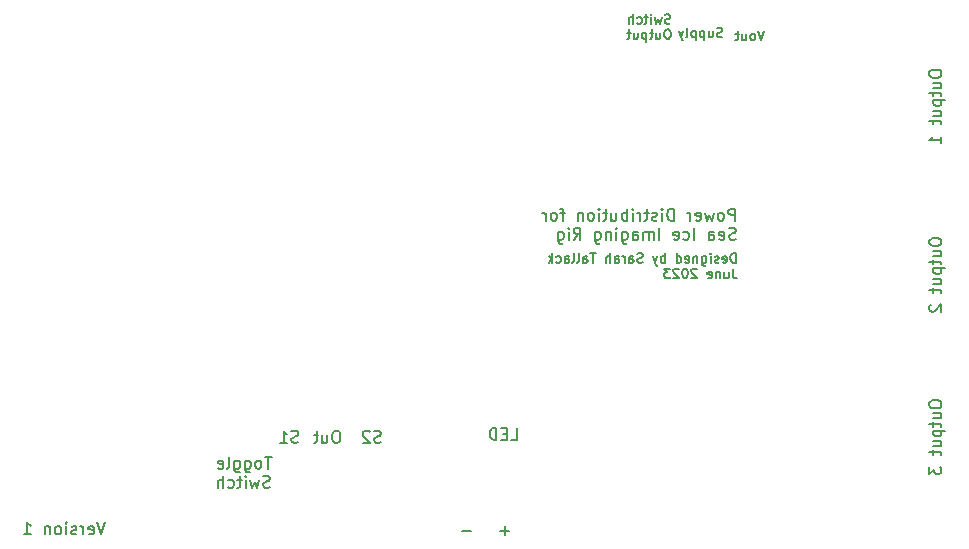
<source format=gbr>
%TF.GenerationSoftware,KiCad,Pcbnew,7.0.2*%
%TF.CreationDate,2023-07-03T14:04:12+02:00*%
%TF.ProjectId,Power Distribution,506f7765-7220-4446-9973-747269627574,V0*%
%TF.SameCoordinates,Original*%
%TF.FileFunction,Legend,Bot*%
%TF.FilePolarity,Positive*%
%FSLAX46Y46*%
G04 Gerber Fmt 4.6, Leading zero omitted, Abs format (unit mm)*
G04 Created by KiCad (PCBNEW 7.0.2) date 2023-07-03 14:04:12*
%MOMM*%
%LPD*%
G01*
G04 APERTURE LIST*
%ADD10C,0.150000*%
%ADD11R,1.700000X1.700000*%
%ADD12O,1.700000X1.700000*%
%ADD13C,1.000000*%
%ADD14O,1.800000X4.000000*%
%ADD15O,4.000000X1.800000*%
%ADD16C,3.800000*%
%ADD17O,2.200000X1.200000*%
%ADD18O,1.000000X2.400000*%
%ADD19C,1.800000*%
G04 APERTURE END LIST*
D10*
X248661906Y-102332000D02*
X248547620Y-102370095D01*
X248547620Y-102370095D02*
X248357144Y-102370095D01*
X248357144Y-102370095D02*
X248280953Y-102332000D01*
X248280953Y-102332000D02*
X248242858Y-102293904D01*
X248242858Y-102293904D02*
X248204763Y-102217714D01*
X248204763Y-102217714D02*
X248204763Y-102141523D01*
X248204763Y-102141523D02*
X248242858Y-102065333D01*
X248242858Y-102065333D02*
X248280953Y-102027238D01*
X248280953Y-102027238D02*
X248357144Y-101989142D01*
X248357144Y-101989142D02*
X248509525Y-101951047D01*
X248509525Y-101951047D02*
X248585715Y-101912952D01*
X248585715Y-101912952D02*
X248623810Y-101874857D01*
X248623810Y-101874857D02*
X248661906Y-101798666D01*
X248661906Y-101798666D02*
X248661906Y-101722476D01*
X248661906Y-101722476D02*
X248623810Y-101646285D01*
X248623810Y-101646285D02*
X248585715Y-101608190D01*
X248585715Y-101608190D02*
X248509525Y-101570095D01*
X248509525Y-101570095D02*
X248319048Y-101570095D01*
X248319048Y-101570095D02*
X248204763Y-101608190D01*
X247519048Y-101836761D02*
X247519048Y-102370095D01*
X247861905Y-101836761D02*
X247861905Y-102255809D01*
X247861905Y-102255809D02*
X247823810Y-102332000D01*
X247823810Y-102332000D02*
X247747620Y-102370095D01*
X247747620Y-102370095D02*
X247633334Y-102370095D01*
X247633334Y-102370095D02*
X247557143Y-102332000D01*
X247557143Y-102332000D02*
X247519048Y-102293904D01*
X247138095Y-101836761D02*
X247138095Y-102636761D01*
X247138095Y-101874857D02*
X247061905Y-101836761D01*
X247061905Y-101836761D02*
X246909524Y-101836761D01*
X246909524Y-101836761D02*
X246833333Y-101874857D01*
X246833333Y-101874857D02*
X246795238Y-101912952D01*
X246795238Y-101912952D02*
X246757143Y-101989142D01*
X246757143Y-101989142D02*
X246757143Y-102217714D01*
X246757143Y-102217714D02*
X246795238Y-102293904D01*
X246795238Y-102293904D02*
X246833333Y-102332000D01*
X246833333Y-102332000D02*
X246909524Y-102370095D01*
X246909524Y-102370095D02*
X247061905Y-102370095D01*
X247061905Y-102370095D02*
X247138095Y-102332000D01*
X246414285Y-101836761D02*
X246414285Y-102636761D01*
X246414285Y-101874857D02*
X246338095Y-101836761D01*
X246338095Y-101836761D02*
X246185714Y-101836761D01*
X246185714Y-101836761D02*
X246109523Y-101874857D01*
X246109523Y-101874857D02*
X246071428Y-101912952D01*
X246071428Y-101912952D02*
X246033333Y-101989142D01*
X246033333Y-101989142D02*
X246033333Y-102217714D01*
X246033333Y-102217714D02*
X246071428Y-102293904D01*
X246071428Y-102293904D02*
X246109523Y-102332000D01*
X246109523Y-102332000D02*
X246185714Y-102370095D01*
X246185714Y-102370095D02*
X246338095Y-102370095D01*
X246338095Y-102370095D02*
X246414285Y-102332000D01*
X245576190Y-102370095D02*
X245652380Y-102332000D01*
X245652380Y-102332000D02*
X245690475Y-102255809D01*
X245690475Y-102255809D02*
X245690475Y-101570095D01*
X245347618Y-101836761D02*
X245157142Y-102370095D01*
X244966665Y-101836761D02*
X245157142Y-102370095D01*
X245157142Y-102370095D02*
X245233332Y-102560571D01*
X245233332Y-102560571D02*
X245271427Y-102598666D01*
X245271427Y-102598666D02*
X245347618Y-102636761D01*
X266212619Y-105369047D02*
X266212619Y-105559523D01*
X266212619Y-105559523D02*
X266260238Y-105654761D01*
X266260238Y-105654761D02*
X266355476Y-105749999D01*
X266355476Y-105749999D02*
X266545952Y-105797618D01*
X266545952Y-105797618D02*
X266879285Y-105797618D01*
X266879285Y-105797618D02*
X267069761Y-105749999D01*
X267069761Y-105749999D02*
X267165000Y-105654761D01*
X267165000Y-105654761D02*
X267212619Y-105559523D01*
X267212619Y-105559523D02*
X267212619Y-105369047D01*
X267212619Y-105369047D02*
X267165000Y-105273809D01*
X267165000Y-105273809D02*
X267069761Y-105178571D01*
X267069761Y-105178571D02*
X266879285Y-105130952D01*
X266879285Y-105130952D02*
X266545952Y-105130952D01*
X266545952Y-105130952D02*
X266355476Y-105178571D01*
X266355476Y-105178571D02*
X266260238Y-105273809D01*
X266260238Y-105273809D02*
X266212619Y-105369047D01*
X266545952Y-106654761D02*
X267212619Y-106654761D01*
X266545952Y-106226190D02*
X267069761Y-106226190D01*
X267069761Y-106226190D02*
X267165000Y-106273809D01*
X267165000Y-106273809D02*
X267212619Y-106369047D01*
X267212619Y-106369047D02*
X267212619Y-106511904D01*
X267212619Y-106511904D02*
X267165000Y-106607142D01*
X267165000Y-106607142D02*
X267117380Y-106654761D01*
X266545952Y-106988095D02*
X266545952Y-107369047D01*
X266212619Y-107130952D02*
X267069761Y-107130952D01*
X267069761Y-107130952D02*
X267165000Y-107178571D01*
X267165000Y-107178571D02*
X267212619Y-107273809D01*
X267212619Y-107273809D02*
X267212619Y-107369047D01*
X266545952Y-107702381D02*
X267545952Y-107702381D01*
X266593571Y-107702381D02*
X266545952Y-107797619D01*
X266545952Y-107797619D02*
X266545952Y-107988095D01*
X266545952Y-107988095D02*
X266593571Y-108083333D01*
X266593571Y-108083333D02*
X266641190Y-108130952D01*
X266641190Y-108130952D02*
X266736428Y-108178571D01*
X266736428Y-108178571D02*
X267022142Y-108178571D01*
X267022142Y-108178571D02*
X267117380Y-108130952D01*
X267117380Y-108130952D02*
X267165000Y-108083333D01*
X267165000Y-108083333D02*
X267212619Y-107988095D01*
X267212619Y-107988095D02*
X267212619Y-107797619D01*
X267212619Y-107797619D02*
X267165000Y-107702381D01*
X266545952Y-109035714D02*
X267212619Y-109035714D01*
X266545952Y-108607143D02*
X267069761Y-108607143D01*
X267069761Y-108607143D02*
X267165000Y-108654762D01*
X267165000Y-108654762D02*
X267212619Y-108750000D01*
X267212619Y-108750000D02*
X267212619Y-108892857D01*
X267212619Y-108892857D02*
X267165000Y-108988095D01*
X267165000Y-108988095D02*
X267117380Y-109035714D01*
X266545952Y-109369048D02*
X266545952Y-109750000D01*
X266212619Y-109511905D02*
X267069761Y-109511905D01*
X267069761Y-109511905D02*
X267165000Y-109559524D01*
X267165000Y-109559524D02*
X267212619Y-109654762D01*
X267212619Y-109654762D02*
X267212619Y-109750000D01*
X267212619Y-111369048D02*
X267212619Y-110797620D01*
X267212619Y-111083334D02*
X266212619Y-111083334D01*
X266212619Y-111083334D02*
X266355476Y-110988096D01*
X266355476Y-110988096D02*
X266450714Y-110892858D01*
X266450714Y-110892858D02*
X266498333Y-110797620D01*
X230640881Y-144151165D02*
X229878977Y-144151165D01*
X230259929Y-144532118D02*
X230259929Y-143770213D01*
X196404761Y-143462619D02*
X196071428Y-144462619D01*
X196071428Y-144462619D02*
X195738095Y-143462619D01*
X195023809Y-144415000D02*
X195119047Y-144462619D01*
X195119047Y-144462619D02*
X195309523Y-144462619D01*
X195309523Y-144462619D02*
X195404761Y-144415000D01*
X195404761Y-144415000D02*
X195452380Y-144319761D01*
X195452380Y-144319761D02*
X195452380Y-143938809D01*
X195452380Y-143938809D02*
X195404761Y-143843571D01*
X195404761Y-143843571D02*
X195309523Y-143795952D01*
X195309523Y-143795952D02*
X195119047Y-143795952D01*
X195119047Y-143795952D02*
X195023809Y-143843571D01*
X195023809Y-143843571D02*
X194976190Y-143938809D01*
X194976190Y-143938809D02*
X194976190Y-144034047D01*
X194976190Y-144034047D02*
X195452380Y-144129285D01*
X194547618Y-144462619D02*
X194547618Y-143795952D01*
X194547618Y-143986428D02*
X194499999Y-143891190D01*
X194499999Y-143891190D02*
X194452380Y-143843571D01*
X194452380Y-143843571D02*
X194357142Y-143795952D01*
X194357142Y-143795952D02*
X194261904Y-143795952D01*
X193976189Y-144415000D02*
X193880951Y-144462619D01*
X193880951Y-144462619D02*
X193690475Y-144462619D01*
X193690475Y-144462619D02*
X193595237Y-144415000D01*
X193595237Y-144415000D02*
X193547618Y-144319761D01*
X193547618Y-144319761D02*
X193547618Y-144272142D01*
X193547618Y-144272142D02*
X193595237Y-144176904D01*
X193595237Y-144176904D02*
X193690475Y-144129285D01*
X193690475Y-144129285D02*
X193833332Y-144129285D01*
X193833332Y-144129285D02*
X193928570Y-144081666D01*
X193928570Y-144081666D02*
X193976189Y-143986428D01*
X193976189Y-143986428D02*
X193976189Y-143938809D01*
X193976189Y-143938809D02*
X193928570Y-143843571D01*
X193928570Y-143843571D02*
X193833332Y-143795952D01*
X193833332Y-143795952D02*
X193690475Y-143795952D01*
X193690475Y-143795952D02*
X193595237Y-143843571D01*
X193119046Y-144462619D02*
X193119046Y-143795952D01*
X193119046Y-143462619D02*
X193166665Y-143510238D01*
X193166665Y-143510238D02*
X193119046Y-143557857D01*
X193119046Y-143557857D02*
X193071427Y-143510238D01*
X193071427Y-143510238D02*
X193119046Y-143462619D01*
X193119046Y-143462619D02*
X193119046Y-143557857D01*
X192499999Y-144462619D02*
X192595237Y-144415000D01*
X192595237Y-144415000D02*
X192642856Y-144367380D01*
X192642856Y-144367380D02*
X192690475Y-144272142D01*
X192690475Y-144272142D02*
X192690475Y-143986428D01*
X192690475Y-143986428D02*
X192642856Y-143891190D01*
X192642856Y-143891190D02*
X192595237Y-143843571D01*
X192595237Y-143843571D02*
X192499999Y-143795952D01*
X192499999Y-143795952D02*
X192357142Y-143795952D01*
X192357142Y-143795952D02*
X192261904Y-143843571D01*
X192261904Y-143843571D02*
X192214285Y-143891190D01*
X192214285Y-143891190D02*
X192166666Y-143986428D01*
X192166666Y-143986428D02*
X192166666Y-144272142D01*
X192166666Y-144272142D02*
X192214285Y-144367380D01*
X192214285Y-144367380D02*
X192261904Y-144415000D01*
X192261904Y-144415000D02*
X192357142Y-144462619D01*
X192357142Y-144462619D02*
X192499999Y-144462619D01*
X191738094Y-143795952D02*
X191738094Y-144462619D01*
X191738094Y-143891190D02*
X191690475Y-143843571D01*
X191690475Y-143843571D02*
X191595237Y-143795952D01*
X191595237Y-143795952D02*
X191452380Y-143795952D01*
X191452380Y-143795952D02*
X191357142Y-143843571D01*
X191357142Y-143843571D02*
X191309523Y-143938809D01*
X191309523Y-143938809D02*
X191309523Y-144462619D01*
X189547618Y-144462619D02*
X190119046Y-144462619D01*
X189833332Y-144462619D02*
X189833332Y-143462619D01*
X189833332Y-143462619D02*
X189928570Y-143605476D01*
X189928570Y-143605476D02*
X190023808Y-143700714D01*
X190023808Y-143700714D02*
X190119046Y-143748333D01*
X244271428Y-101184000D02*
X244157142Y-101222095D01*
X244157142Y-101222095D02*
X243966666Y-101222095D01*
X243966666Y-101222095D02*
X243890475Y-101184000D01*
X243890475Y-101184000D02*
X243852380Y-101145904D01*
X243852380Y-101145904D02*
X243814285Y-101069714D01*
X243814285Y-101069714D02*
X243814285Y-100993523D01*
X243814285Y-100993523D02*
X243852380Y-100917333D01*
X243852380Y-100917333D02*
X243890475Y-100879238D01*
X243890475Y-100879238D02*
X243966666Y-100841142D01*
X243966666Y-100841142D02*
X244119047Y-100803047D01*
X244119047Y-100803047D02*
X244195237Y-100764952D01*
X244195237Y-100764952D02*
X244233332Y-100726857D01*
X244233332Y-100726857D02*
X244271428Y-100650666D01*
X244271428Y-100650666D02*
X244271428Y-100574476D01*
X244271428Y-100574476D02*
X244233332Y-100498285D01*
X244233332Y-100498285D02*
X244195237Y-100460190D01*
X244195237Y-100460190D02*
X244119047Y-100422095D01*
X244119047Y-100422095D02*
X243928570Y-100422095D01*
X243928570Y-100422095D02*
X243814285Y-100460190D01*
X243547618Y-100688761D02*
X243395237Y-101222095D01*
X243395237Y-101222095D02*
X243242856Y-100841142D01*
X243242856Y-100841142D02*
X243090475Y-101222095D01*
X243090475Y-101222095D02*
X242938094Y-100688761D01*
X242633332Y-101222095D02*
X242633332Y-100688761D01*
X242633332Y-100422095D02*
X242671428Y-100460190D01*
X242671428Y-100460190D02*
X242633332Y-100498285D01*
X242633332Y-100498285D02*
X242595237Y-100460190D01*
X242595237Y-100460190D02*
X242633332Y-100422095D01*
X242633332Y-100422095D02*
X242633332Y-100498285D01*
X242366666Y-100688761D02*
X242061904Y-100688761D01*
X242252380Y-100422095D02*
X242252380Y-101107809D01*
X242252380Y-101107809D02*
X242214285Y-101184000D01*
X242214285Y-101184000D02*
X242138095Y-101222095D01*
X242138095Y-101222095D02*
X242061904Y-101222095D01*
X241452380Y-101184000D02*
X241528571Y-101222095D01*
X241528571Y-101222095D02*
X241680952Y-101222095D01*
X241680952Y-101222095D02*
X241757142Y-101184000D01*
X241757142Y-101184000D02*
X241795237Y-101145904D01*
X241795237Y-101145904D02*
X241833333Y-101069714D01*
X241833333Y-101069714D02*
X241833333Y-100841142D01*
X241833333Y-100841142D02*
X241795237Y-100764952D01*
X241795237Y-100764952D02*
X241757142Y-100726857D01*
X241757142Y-100726857D02*
X241680952Y-100688761D01*
X241680952Y-100688761D02*
X241528571Y-100688761D01*
X241528571Y-100688761D02*
X241452380Y-100726857D01*
X241109523Y-101222095D02*
X241109523Y-100422095D01*
X240766666Y-101222095D02*
X240766666Y-100803047D01*
X240766666Y-100803047D02*
X240804761Y-100726857D01*
X240804761Y-100726857D02*
X240880952Y-100688761D01*
X240880952Y-100688761D02*
X240995238Y-100688761D01*
X240995238Y-100688761D02*
X241071428Y-100726857D01*
X241071428Y-100726857D02*
X241109523Y-100764952D01*
X244119047Y-101718095D02*
X243966666Y-101718095D01*
X243966666Y-101718095D02*
X243890476Y-101756190D01*
X243890476Y-101756190D02*
X243814285Y-101832380D01*
X243814285Y-101832380D02*
X243776190Y-101984761D01*
X243776190Y-101984761D02*
X243776190Y-102251428D01*
X243776190Y-102251428D02*
X243814285Y-102403809D01*
X243814285Y-102403809D02*
X243890476Y-102480000D01*
X243890476Y-102480000D02*
X243966666Y-102518095D01*
X243966666Y-102518095D02*
X244119047Y-102518095D01*
X244119047Y-102518095D02*
X244195238Y-102480000D01*
X244195238Y-102480000D02*
X244271428Y-102403809D01*
X244271428Y-102403809D02*
X244309524Y-102251428D01*
X244309524Y-102251428D02*
X244309524Y-101984761D01*
X244309524Y-101984761D02*
X244271428Y-101832380D01*
X244271428Y-101832380D02*
X244195238Y-101756190D01*
X244195238Y-101756190D02*
X244119047Y-101718095D01*
X243090476Y-101984761D02*
X243090476Y-102518095D01*
X243433333Y-101984761D02*
X243433333Y-102403809D01*
X243433333Y-102403809D02*
X243395238Y-102480000D01*
X243395238Y-102480000D02*
X243319048Y-102518095D01*
X243319048Y-102518095D02*
X243204762Y-102518095D01*
X243204762Y-102518095D02*
X243128571Y-102480000D01*
X243128571Y-102480000D02*
X243090476Y-102441904D01*
X242823809Y-101984761D02*
X242519047Y-101984761D01*
X242709523Y-101718095D02*
X242709523Y-102403809D01*
X242709523Y-102403809D02*
X242671428Y-102480000D01*
X242671428Y-102480000D02*
X242595238Y-102518095D01*
X242595238Y-102518095D02*
X242519047Y-102518095D01*
X242252380Y-101984761D02*
X242252380Y-102784761D01*
X242252380Y-102022857D02*
X242176190Y-101984761D01*
X242176190Y-101984761D02*
X242023809Y-101984761D01*
X242023809Y-101984761D02*
X241947618Y-102022857D01*
X241947618Y-102022857D02*
X241909523Y-102060952D01*
X241909523Y-102060952D02*
X241871428Y-102137142D01*
X241871428Y-102137142D02*
X241871428Y-102365714D01*
X241871428Y-102365714D02*
X241909523Y-102441904D01*
X241909523Y-102441904D02*
X241947618Y-102480000D01*
X241947618Y-102480000D02*
X242023809Y-102518095D01*
X242023809Y-102518095D02*
X242176190Y-102518095D01*
X242176190Y-102518095D02*
X242252380Y-102480000D01*
X241185713Y-101984761D02*
X241185713Y-102518095D01*
X241528570Y-101984761D02*
X241528570Y-102403809D01*
X241528570Y-102403809D02*
X241490475Y-102480000D01*
X241490475Y-102480000D02*
X241414285Y-102518095D01*
X241414285Y-102518095D02*
X241299999Y-102518095D01*
X241299999Y-102518095D02*
X241223808Y-102480000D01*
X241223808Y-102480000D02*
X241185713Y-102441904D01*
X240919046Y-101984761D02*
X240614284Y-101984761D01*
X240804760Y-101718095D02*
X240804760Y-102403809D01*
X240804760Y-102403809D02*
X240766665Y-102480000D01*
X240766665Y-102480000D02*
X240690475Y-102518095D01*
X240690475Y-102518095D02*
X240614284Y-102518095D01*
X266212619Y-119619047D02*
X266212619Y-119809523D01*
X266212619Y-119809523D02*
X266260238Y-119904761D01*
X266260238Y-119904761D02*
X266355476Y-119999999D01*
X266355476Y-119999999D02*
X266545952Y-120047618D01*
X266545952Y-120047618D02*
X266879285Y-120047618D01*
X266879285Y-120047618D02*
X267069761Y-119999999D01*
X267069761Y-119999999D02*
X267165000Y-119904761D01*
X267165000Y-119904761D02*
X267212619Y-119809523D01*
X267212619Y-119809523D02*
X267212619Y-119619047D01*
X267212619Y-119619047D02*
X267165000Y-119523809D01*
X267165000Y-119523809D02*
X267069761Y-119428571D01*
X267069761Y-119428571D02*
X266879285Y-119380952D01*
X266879285Y-119380952D02*
X266545952Y-119380952D01*
X266545952Y-119380952D02*
X266355476Y-119428571D01*
X266355476Y-119428571D02*
X266260238Y-119523809D01*
X266260238Y-119523809D02*
X266212619Y-119619047D01*
X266545952Y-120904761D02*
X267212619Y-120904761D01*
X266545952Y-120476190D02*
X267069761Y-120476190D01*
X267069761Y-120476190D02*
X267165000Y-120523809D01*
X267165000Y-120523809D02*
X267212619Y-120619047D01*
X267212619Y-120619047D02*
X267212619Y-120761904D01*
X267212619Y-120761904D02*
X267165000Y-120857142D01*
X267165000Y-120857142D02*
X267117380Y-120904761D01*
X266545952Y-121238095D02*
X266545952Y-121619047D01*
X266212619Y-121380952D02*
X267069761Y-121380952D01*
X267069761Y-121380952D02*
X267165000Y-121428571D01*
X267165000Y-121428571D02*
X267212619Y-121523809D01*
X267212619Y-121523809D02*
X267212619Y-121619047D01*
X266545952Y-121952381D02*
X267545952Y-121952381D01*
X266593571Y-121952381D02*
X266545952Y-122047619D01*
X266545952Y-122047619D02*
X266545952Y-122238095D01*
X266545952Y-122238095D02*
X266593571Y-122333333D01*
X266593571Y-122333333D02*
X266641190Y-122380952D01*
X266641190Y-122380952D02*
X266736428Y-122428571D01*
X266736428Y-122428571D02*
X267022142Y-122428571D01*
X267022142Y-122428571D02*
X267117380Y-122380952D01*
X267117380Y-122380952D02*
X267165000Y-122333333D01*
X267165000Y-122333333D02*
X267212619Y-122238095D01*
X267212619Y-122238095D02*
X267212619Y-122047619D01*
X267212619Y-122047619D02*
X267165000Y-121952381D01*
X266545952Y-123285714D02*
X267212619Y-123285714D01*
X266545952Y-122857143D02*
X267069761Y-122857143D01*
X267069761Y-122857143D02*
X267165000Y-122904762D01*
X267165000Y-122904762D02*
X267212619Y-123000000D01*
X267212619Y-123000000D02*
X267212619Y-123142857D01*
X267212619Y-123142857D02*
X267165000Y-123238095D01*
X267165000Y-123238095D02*
X267117380Y-123285714D01*
X266545952Y-123619048D02*
X266545952Y-124000000D01*
X266212619Y-123761905D02*
X267069761Y-123761905D01*
X267069761Y-123761905D02*
X267165000Y-123809524D01*
X267165000Y-123809524D02*
X267212619Y-123904762D01*
X267212619Y-123904762D02*
X267212619Y-124000000D01*
X266307857Y-125047620D02*
X266260238Y-125095239D01*
X266260238Y-125095239D02*
X266212619Y-125190477D01*
X266212619Y-125190477D02*
X266212619Y-125428572D01*
X266212619Y-125428572D02*
X266260238Y-125523810D01*
X266260238Y-125523810D02*
X266307857Y-125571429D01*
X266307857Y-125571429D02*
X266403095Y-125619048D01*
X266403095Y-125619048D02*
X266498333Y-125619048D01*
X266498333Y-125619048D02*
X266641190Y-125571429D01*
X266641190Y-125571429D02*
X267212619Y-125000001D01*
X267212619Y-125000001D02*
X267212619Y-125619048D01*
X252219047Y-101820095D02*
X251952380Y-102620095D01*
X251952380Y-102620095D02*
X251685714Y-101820095D01*
X251304762Y-102620095D02*
X251380952Y-102582000D01*
X251380952Y-102582000D02*
X251419047Y-102543904D01*
X251419047Y-102543904D02*
X251457143Y-102467714D01*
X251457143Y-102467714D02*
X251457143Y-102239142D01*
X251457143Y-102239142D02*
X251419047Y-102162952D01*
X251419047Y-102162952D02*
X251380952Y-102124857D01*
X251380952Y-102124857D02*
X251304762Y-102086761D01*
X251304762Y-102086761D02*
X251190476Y-102086761D01*
X251190476Y-102086761D02*
X251114285Y-102124857D01*
X251114285Y-102124857D02*
X251076190Y-102162952D01*
X251076190Y-102162952D02*
X251038095Y-102239142D01*
X251038095Y-102239142D02*
X251038095Y-102467714D01*
X251038095Y-102467714D02*
X251076190Y-102543904D01*
X251076190Y-102543904D02*
X251114285Y-102582000D01*
X251114285Y-102582000D02*
X251190476Y-102620095D01*
X251190476Y-102620095D02*
X251304762Y-102620095D01*
X250352380Y-102086761D02*
X250352380Y-102620095D01*
X250695237Y-102086761D02*
X250695237Y-102505809D01*
X250695237Y-102505809D02*
X250657142Y-102582000D01*
X250657142Y-102582000D02*
X250580952Y-102620095D01*
X250580952Y-102620095D02*
X250466666Y-102620095D01*
X250466666Y-102620095D02*
X250390475Y-102582000D01*
X250390475Y-102582000D02*
X250352380Y-102543904D01*
X250085713Y-102086761D02*
X249780951Y-102086761D01*
X249971427Y-101820095D02*
X249971427Y-102505809D01*
X249971427Y-102505809D02*
X249933332Y-102582000D01*
X249933332Y-102582000D02*
X249857142Y-102620095D01*
X249857142Y-102620095D02*
X249780951Y-102620095D01*
X216091069Y-135712619D02*
X215900593Y-135712619D01*
X215900593Y-135712619D02*
X215805355Y-135760238D01*
X215805355Y-135760238D02*
X215710117Y-135855476D01*
X215710117Y-135855476D02*
X215662498Y-136045952D01*
X215662498Y-136045952D02*
X215662498Y-136379285D01*
X215662498Y-136379285D02*
X215710117Y-136569761D01*
X215710117Y-136569761D02*
X215805355Y-136665000D01*
X215805355Y-136665000D02*
X215900593Y-136712619D01*
X215900593Y-136712619D02*
X216091069Y-136712619D01*
X216091069Y-136712619D02*
X216186307Y-136665000D01*
X216186307Y-136665000D02*
X216281545Y-136569761D01*
X216281545Y-136569761D02*
X216329164Y-136379285D01*
X216329164Y-136379285D02*
X216329164Y-136045952D01*
X216329164Y-136045952D02*
X216281545Y-135855476D01*
X216281545Y-135855476D02*
X216186307Y-135760238D01*
X216186307Y-135760238D02*
X216091069Y-135712619D01*
X214805355Y-136045952D02*
X214805355Y-136712619D01*
X215233926Y-136045952D02*
X215233926Y-136569761D01*
X215233926Y-136569761D02*
X215186307Y-136665000D01*
X215186307Y-136665000D02*
X215091069Y-136712619D01*
X215091069Y-136712619D02*
X214948212Y-136712619D01*
X214948212Y-136712619D02*
X214852974Y-136665000D01*
X214852974Y-136665000D02*
X214805355Y-136617380D01*
X214472021Y-136045952D02*
X214091069Y-136045952D01*
X214329164Y-135712619D02*
X214329164Y-136569761D01*
X214329164Y-136569761D02*
X214281545Y-136665000D01*
X214281545Y-136665000D02*
X214186307Y-136712619D01*
X214186307Y-136712619D02*
X214091069Y-136712619D01*
X210511905Y-137902619D02*
X209940477Y-137902619D01*
X210226191Y-138902619D02*
X210226191Y-137902619D01*
X209464286Y-138902619D02*
X209559524Y-138855000D01*
X209559524Y-138855000D02*
X209607143Y-138807380D01*
X209607143Y-138807380D02*
X209654762Y-138712142D01*
X209654762Y-138712142D02*
X209654762Y-138426428D01*
X209654762Y-138426428D02*
X209607143Y-138331190D01*
X209607143Y-138331190D02*
X209559524Y-138283571D01*
X209559524Y-138283571D02*
X209464286Y-138235952D01*
X209464286Y-138235952D02*
X209321429Y-138235952D01*
X209321429Y-138235952D02*
X209226191Y-138283571D01*
X209226191Y-138283571D02*
X209178572Y-138331190D01*
X209178572Y-138331190D02*
X209130953Y-138426428D01*
X209130953Y-138426428D02*
X209130953Y-138712142D01*
X209130953Y-138712142D02*
X209178572Y-138807380D01*
X209178572Y-138807380D02*
X209226191Y-138855000D01*
X209226191Y-138855000D02*
X209321429Y-138902619D01*
X209321429Y-138902619D02*
X209464286Y-138902619D01*
X208273810Y-138235952D02*
X208273810Y-139045476D01*
X208273810Y-139045476D02*
X208321429Y-139140714D01*
X208321429Y-139140714D02*
X208369048Y-139188333D01*
X208369048Y-139188333D02*
X208464286Y-139235952D01*
X208464286Y-139235952D02*
X208607143Y-139235952D01*
X208607143Y-139235952D02*
X208702381Y-139188333D01*
X208273810Y-138855000D02*
X208369048Y-138902619D01*
X208369048Y-138902619D02*
X208559524Y-138902619D01*
X208559524Y-138902619D02*
X208654762Y-138855000D01*
X208654762Y-138855000D02*
X208702381Y-138807380D01*
X208702381Y-138807380D02*
X208750000Y-138712142D01*
X208750000Y-138712142D02*
X208750000Y-138426428D01*
X208750000Y-138426428D02*
X208702381Y-138331190D01*
X208702381Y-138331190D02*
X208654762Y-138283571D01*
X208654762Y-138283571D02*
X208559524Y-138235952D01*
X208559524Y-138235952D02*
X208369048Y-138235952D01*
X208369048Y-138235952D02*
X208273810Y-138283571D01*
X207369048Y-138235952D02*
X207369048Y-139045476D01*
X207369048Y-139045476D02*
X207416667Y-139140714D01*
X207416667Y-139140714D02*
X207464286Y-139188333D01*
X207464286Y-139188333D02*
X207559524Y-139235952D01*
X207559524Y-139235952D02*
X207702381Y-139235952D01*
X207702381Y-139235952D02*
X207797619Y-139188333D01*
X207369048Y-138855000D02*
X207464286Y-138902619D01*
X207464286Y-138902619D02*
X207654762Y-138902619D01*
X207654762Y-138902619D02*
X207750000Y-138855000D01*
X207750000Y-138855000D02*
X207797619Y-138807380D01*
X207797619Y-138807380D02*
X207845238Y-138712142D01*
X207845238Y-138712142D02*
X207845238Y-138426428D01*
X207845238Y-138426428D02*
X207797619Y-138331190D01*
X207797619Y-138331190D02*
X207750000Y-138283571D01*
X207750000Y-138283571D02*
X207654762Y-138235952D01*
X207654762Y-138235952D02*
X207464286Y-138235952D01*
X207464286Y-138235952D02*
X207369048Y-138283571D01*
X206750000Y-138902619D02*
X206845238Y-138855000D01*
X206845238Y-138855000D02*
X206892857Y-138759761D01*
X206892857Y-138759761D02*
X206892857Y-137902619D01*
X205988095Y-138855000D02*
X206083333Y-138902619D01*
X206083333Y-138902619D02*
X206273809Y-138902619D01*
X206273809Y-138902619D02*
X206369047Y-138855000D01*
X206369047Y-138855000D02*
X206416666Y-138759761D01*
X206416666Y-138759761D02*
X206416666Y-138378809D01*
X206416666Y-138378809D02*
X206369047Y-138283571D01*
X206369047Y-138283571D02*
X206273809Y-138235952D01*
X206273809Y-138235952D02*
X206083333Y-138235952D01*
X206083333Y-138235952D02*
X205988095Y-138283571D01*
X205988095Y-138283571D02*
X205940476Y-138378809D01*
X205940476Y-138378809D02*
X205940476Y-138474047D01*
X205940476Y-138474047D02*
X206416666Y-138569285D01*
X210369047Y-140475000D02*
X210226190Y-140522619D01*
X210226190Y-140522619D02*
X209988095Y-140522619D01*
X209988095Y-140522619D02*
X209892857Y-140475000D01*
X209892857Y-140475000D02*
X209845238Y-140427380D01*
X209845238Y-140427380D02*
X209797619Y-140332142D01*
X209797619Y-140332142D02*
X209797619Y-140236904D01*
X209797619Y-140236904D02*
X209845238Y-140141666D01*
X209845238Y-140141666D02*
X209892857Y-140094047D01*
X209892857Y-140094047D02*
X209988095Y-140046428D01*
X209988095Y-140046428D02*
X210178571Y-139998809D01*
X210178571Y-139998809D02*
X210273809Y-139951190D01*
X210273809Y-139951190D02*
X210321428Y-139903571D01*
X210321428Y-139903571D02*
X210369047Y-139808333D01*
X210369047Y-139808333D02*
X210369047Y-139713095D01*
X210369047Y-139713095D02*
X210321428Y-139617857D01*
X210321428Y-139617857D02*
X210273809Y-139570238D01*
X210273809Y-139570238D02*
X210178571Y-139522619D01*
X210178571Y-139522619D02*
X209940476Y-139522619D01*
X209940476Y-139522619D02*
X209797619Y-139570238D01*
X209464285Y-139855952D02*
X209273809Y-140522619D01*
X209273809Y-140522619D02*
X209083333Y-140046428D01*
X209083333Y-140046428D02*
X208892857Y-140522619D01*
X208892857Y-140522619D02*
X208702381Y-139855952D01*
X208321428Y-140522619D02*
X208321428Y-139855952D01*
X208321428Y-139522619D02*
X208369047Y-139570238D01*
X208369047Y-139570238D02*
X208321428Y-139617857D01*
X208321428Y-139617857D02*
X208273809Y-139570238D01*
X208273809Y-139570238D02*
X208321428Y-139522619D01*
X208321428Y-139522619D02*
X208321428Y-139617857D01*
X207988095Y-139855952D02*
X207607143Y-139855952D01*
X207845238Y-139522619D02*
X207845238Y-140379761D01*
X207845238Y-140379761D02*
X207797619Y-140475000D01*
X207797619Y-140475000D02*
X207702381Y-140522619D01*
X207702381Y-140522619D02*
X207607143Y-140522619D01*
X206845238Y-140475000D02*
X206940476Y-140522619D01*
X206940476Y-140522619D02*
X207130952Y-140522619D01*
X207130952Y-140522619D02*
X207226190Y-140475000D01*
X207226190Y-140475000D02*
X207273809Y-140427380D01*
X207273809Y-140427380D02*
X207321428Y-140332142D01*
X207321428Y-140332142D02*
X207321428Y-140046428D01*
X207321428Y-140046428D02*
X207273809Y-139951190D01*
X207273809Y-139951190D02*
X207226190Y-139903571D01*
X207226190Y-139903571D02*
X207130952Y-139855952D01*
X207130952Y-139855952D02*
X206940476Y-139855952D01*
X206940476Y-139855952D02*
X206845238Y-139903571D01*
X206416666Y-140522619D02*
X206416666Y-139522619D01*
X205988095Y-140522619D02*
X205988095Y-139998809D01*
X205988095Y-139998809D02*
X206035714Y-139903571D01*
X206035714Y-139903571D02*
X206130952Y-139855952D01*
X206130952Y-139855952D02*
X206273809Y-139855952D01*
X206273809Y-139855952D02*
X206369047Y-139903571D01*
X206369047Y-139903571D02*
X206416666Y-139951190D01*
X249761904Y-117902619D02*
X249761904Y-116902619D01*
X249761904Y-116902619D02*
X249380952Y-116902619D01*
X249380952Y-116902619D02*
X249285714Y-116950238D01*
X249285714Y-116950238D02*
X249238095Y-116997857D01*
X249238095Y-116997857D02*
X249190476Y-117093095D01*
X249190476Y-117093095D02*
X249190476Y-117235952D01*
X249190476Y-117235952D02*
X249238095Y-117331190D01*
X249238095Y-117331190D02*
X249285714Y-117378809D01*
X249285714Y-117378809D02*
X249380952Y-117426428D01*
X249380952Y-117426428D02*
X249761904Y-117426428D01*
X248619047Y-117902619D02*
X248714285Y-117855000D01*
X248714285Y-117855000D02*
X248761904Y-117807380D01*
X248761904Y-117807380D02*
X248809523Y-117712142D01*
X248809523Y-117712142D02*
X248809523Y-117426428D01*
X248809523Y-117426428D02*
X248761904Y-117331190D01*
X248761904Y-117331190D02*
X248714285Y-117283571D01*
X248714285Y-117283571D02*
X248619047Y-117235952D01*
X248619047Y-117235952D02*
X248476190Y-117235952D01*
X248476190Y-117235952D02*
X248380952Y-117283571D01*
X248380952Y-117283571D02*
X248333333Y-117331190D01*
X248333333Y-117331190D02*
X248285714Y-117426428D01*
X248285714Y-117426428D02*
X248285714Y-117712142D01*
X248285714Y-117712142D02*
X248333333Y-117807380D01*
X248333333Y-117807380D02*
X248380952Y-117855000D01*
X248380952Y-117855000D02*
X248476190Y-117902619D01*
X248476190Y-117902619D02*
X248619047Y-117902619D01*
X247952380Y-117235952D02*
X247761904Y-117902619D01*
X247761904Y-117902619D02*
X247571428Y-117426428D01*
X247571428Y-117426428D02*
X247380952Y-117902619D01*
X247380952Y-117902619D02*
X247190476Y-117235952D01*
X246428571Y-117855000D02*
X246523809Y-117902619D01*
X246523809Y-117902619D02*
X246714285Y-117902619D01*
X246714285Y-117902619D02*
X246809523Y-117855000D01*
X246809523Y-117855000D02*
X246857142Y-117759761D01*
X246857142Y-117759761D02*
X246857142Y-117378809D01*
X246857142Y-117378809D02*
X246809523Y-117283571D01*
X246809523Y-117283571D02*
X246714285Y-117235952D01*
X246714285Y-117235952D02*
X246523809Y-117235952D01*
X246523809Y-117235952D02*
X246428571Y-117283571D01*
X246428571Y-117283571D02*
X246380952Y-117378809D01*
X246380952Y-117378809D02*
X246380952Y-117474047D01*
X246380952Y-117474047D02*
X246857142Y-117569285D01*
X245952380Y-117902619D02*
X245952380Y-117235952D01*
X245952380Y-117426428D02*
X245904761Y-117331190D01*
X245904761Y-117331190D02*
X245857142Y-117283571D01*
X245857142Y-117283571D02*
X245761904Y-117235952D01*
X245761904Y-117235952D02*
X245666666Y-117235952D01*
X244571427Y-117902619D02*
X244571427Y-116902619D01*
X244571427Y-116902619D02*
X244333332Y-116902619D01*
X244333332Y-116902619D02*
X244190475Y-116950238D01*
X244190475Y-116950238D02*
X244095237Y-117045476D01*
X244095237Y-117045476D02*
X244047618Y-117140714D01*
X244047618Y-117140714D02*
X243999999Y-117331190D01*
X243999999Y-117331190D02*
X243999999Y-117474047D01*
X243999999Y-117474047D02*
X244047618Y-117664523D01*
X244047618Y-117664523D02*
X244095237Y-117759761D01*
X244095237Y-117759761D02*
X244190475Y-117855000D01*
X244190475Y-117855000D02*
X244333332Y-117902619D01*
X244333332Y-117902619D02*
X244571427Y-117902619D01*
X243571427Y-117902619D02*
X243571427Y-117235952D01*
X243571427Y-116902619D02*
X243619046Y-116950238D01*
X243619046Y-116950238D02*
X243571427Y-116997857D01*
X243571427Y-116997857D02*
X243523808Y-116950238D01*
X243523808Y-116950238D02*
X243571427Y-116902619D01*
X243571427Y-116902619D02*
X243571427Y-116997857D01*
X243142856Y-117855000D02*
X243047618Y-117902619D01*
X243047618Y-117902619D02*
X242857142Y-117902619D01*
X242857142Y-117902619D02*
X242761904Y-117855000D01*
X242761904Y-117855000D02*
X242714285Y-117759761D01*
X242714285Y-117759761D02*
X242714285Y-117712142D01*
X242714285Y-117712142D02*
X242761904Y-117616904D01*
X242761904Y-117616904D02*
X242857142Y-117569285D01*
X242857142Y-117569285D02*
X242999999Y-117569285D01*
X242999999Y-117569285D02*
X243095237Y-117521666D01*
X243095237Y-117521666D02*
X243142856Y-117426428D01*
X243142856Y-117426428D02*
X243142856Y-117378809D01*
X243142856Y-117378809D02*
X243095237Y-117283571D01*
X243095237Y-117283571D02*
X242999999Y-117235952D01*
X242999999Y-117235952D02*
X242857142Y-117235952D01*
X242857142Y-117235952D02*
X242761904Y-117283571D01*
X242428570Y-117235952D02*
X242047618Y-117235952D01*
X242285713Y-116902619D02*
X242285713Y-117759761D01*
X242285713Y-117759761D02*
X242238094Y-117855000D01*
X242238094Y-117855000D02*
X242142856Y-117902619D01*
X242142856Y-117902619D02*
X242047618Y-117902619D01*
X241714284Y-117902619D02*
X241714284Y-117235952D01*
X241714284Y-117426428D02*
X241666665Y-117331190D01*
X241666665Y-117331190D02*
X241619046Y-117283571D01*
X241619046Y-117283571D02*
X241523808Y-117235952D01*
X241523808Y-117235952D02*
X241428570Y-117235952D01*
X241095236Y-117902619D02*
X241095236Y-117235952D01*
X241095236Y-116902619D02*
X241142855Y-116950238D01*
X241142855Y-116950238D02*
X241095236Y-116997857D01*
X241095236Y-116997857D02*
X241047617Y-116950238D01*
X241047617Y-116950238D02*
X241095236Y-116902619D01*
X241095236Y-116902619D02*
X241095236Y-116997857D01*
X240619046Y-117902619D02*
X240619046Y-116902619D01*
X240619046Y-117283571D02*
X240523808Y-117235952D01*
X240523808Y-117235952D02*
X240333332Y-117235952D01*
X240333332Y-117235952D02*
X240238094Y-117283571D01*
X240238094Y-117283571D02*
X240190475Y-117331190D01*
X240190475Y-117331190D02*
X240142856Y-117426428D01*
X240142856Y-117426428D02*
X240142856Y-117712142D01*
X240142856Y-117712142D02*
X240190475Y-117807380D01*
X240190475Y-117807380D02*
X240238094Y-117855000D01*
X240238094Y-117855000D02*
X240333332Y-117902619D01*
X240333332Y-117902619D02*
X240523808Y-117902619D01*
X240523808Y-117902619D02*
X240619046Y-117855000D01*
X239285713Y-117235952D02*
X239285713Y-117902619D01*
X239714284Y-117235952D02*
X239714284Y-117759761D01*
X239714284Y-117759761D02*
X239666665Y-117855000D01*
X239666665Y-117855000D02*
X239571427Y-117902619D01*
X239571427Y-117902619D02*
X239428570Y-117902619D01*
X239428570Y-117902619D02*
X239333332Y-117855000D01*
X239333332Y-117855000D02*
X239285713Y-117807380D01*
X238952379Y-117235952D02*
X238571427Y-117235952D01*
X238809522Y-116902619D02*
X238809522Y-117759761D01*
X238809522Y-117759761D02*
X238761903Y-117855000D01*
X238761903Y-117855000D02*
X238666665Y-117902619D01*
X238666665Y-117902619D02*
X238571427Y-117902619D01*
X238238093Y-117902619D02*
X238238093Y-117235952D01*
X238238093Y-116902619D02*
X238285712Y-116950238D01*
X238285712Y-116950238D02*
X238238093Y-116997857D01*
X238238093Y-116997857D02*
X238190474Y-116950238D01*
X238190474Y-116950238D02*
X238238093Y-116902619D01*
X238238093Y-116902619D02*
X238238093Y-116997857D01*
X237619046Y-117902619D02*
X237714284Y-117855000D01*
X237714284Y-117855000D02*
X237761903Y-117807380D01*
X237761903Y-117807380D02*
X237809522Y-117712142D01*
X237809522Y-117712142D02*
X237809522Y-117426428D01*
X237809522Y-117426428D02*
X237761903Y-117331190D01*
X237761903Y-117331190D02*
X237714284Y-117283571D01*
X237714284Y-117283571D02*
X237619046Y-117235952D01*
X237619046Y-117235952D02*
X237476189Y-117235952D01*
X237476189Y-117235952D02*
X237380951Y-117283571D01*
X237380951Y-117283571D02*
X237333332Y-117331190D01*
X237333332Y-117331190D02*
X237285713Y-117426428D01*
X237285713Y-117426428D02*
X237285713Y-117712142D01*
X237285713Y-117712142D02*
X237333332Y-117807380D01*
X237333332Y-117807380D02*
X237380951Y-117855000D01*
X237380951Y-117855000D02*
X237476189Y-117902619D01*
X237476189Y-117902619D02*
X237619046Y-117902619D01*
X236857141Y-117235952D02*
X236857141Y-117902619D01*
X236857141Y-117331190D02*
X236809522Y-117283571D01*
X236809522Y-117283571D02*
X236714284Y-117235952D01*
X236714284Y-117235952D02*
X236571427Y-117235952D01*
X236571427Y-117235952D02*
X236476189Y-117283571D01*
X236476189Y-117283571D02*
X236428570Y-117378809D01*
X236428570Y-117378809D02*
X236428570Y-117902619D01*
X235333331Y-117235952D02*
X234952379Y-117235952D01*
X235190474Y-117902619D02*
X235190474Y-117045476D01*
X235190474Y-117045476D02*
X235142855Y-116950238D01*
X235142855Y-116950238D02*
X235047617Y-116902619D01*
X235047617Y-116902619D02*
X234952379Y-116902619D01*
X234476188Y-117902619D02*
X234571426Y-117855000D01*
X234571426Y-117855000D02*
X234619045Y-117807380D01*
X234619045Y-117807380D02*
X234666664Y-117712142D01*
X234666664Y-117712142D02*
X234666664Y-117426428D01*
X234666664Y-117426428D02*
X234619045Y-117331190D01*
X234619045Y-117331190D02*
X234571426Y-117283571D01*
X234571426Y-117283571D02*
X234476188Y-117235952D01*
X234476188Y-117235952D02*
X234333331Y-117235952D01*
X234333331Y-117235952D02*
X234238093Y-117283571D01*
X234238093Y-117283571D02*
X234190474Y-117331190D01*
X234190474Y-117331190D02*
X234142855Y-117426428D01*
X234142855Y-117426428D02*
X234142855Y-117712142D01*
X234142855Y-117712142D02*
X234190474Y-117807380D01*
X234190474Y-117807380D02*
X234238093Y-117855000D01*
X234238093Y-117855000D02*
X234333331Y-117902619D01*
X234333331Y-117902619D02*
X234476188Y-117902619D01*
X233714283Y-117902619D02*
X233714283Y-117235952D01*
X233714283Y-117426428D02*
X233666664Y-117331190D01*
X233666664Y-117331190D02*
X233619045Y-117283571D01*
X233619045Y-117283571D02*
X233523807Y-117235952D01*
X233523807Y-117235952D02*
X233428569Y-117235952D01*
X249809523Y-119475000D02*
X249666666Y-119522619D01*
X249666666Y-119522619D02*
X249428571Y-119522619D01*
X249428571Y-119522619D02*
X249333333Y-119475000D01*
X249333333Y-119475000D02*
X249285714Y-119427380D01*
X249285714Y-119427380D02*
X249238095Y-119332142D01*
X249238095Y-119332142D02*
X249238095Y-119236904D01*
X249238095Y-119236904D02*
X249285714Y-119141666D01*
X249285714Y-119141666D02*
X249333333Y-119094047D01*
X249333333Y-119094047D02*
X249428571Y-119046428D01*
X249428571Y-119046428D02*
X249619047Y-118998809D01*
X249619047Y-118998809D02*
X249714285Y-118951190D01*
X249714285Y-118951190D02*
X249761904Y-118903571D01*
X249761904Y-118903571D02*
X249809523Y-118808333D01*
X249809523Y-118808333D02*
X249809523Y-118713095D01*
X249809523Y-118713095D02*
X249761904Y-118617857D01*
X249761904Y-118617857D02*
X249714285Y-118570238D01*
X249714285Y-118570238D02*
X249619047Y-118522619D01*
X249619047Y-118522619D02*
X249380952Y-118522619D01*
X249380952Y-118522619D02*
X249238095Y-118570238D01*
X248428571Y-119475000D02*
X248523809Y-119522619D01*
X248523809Y-119522619D02*
X248714285Y-119522619D01*
X248714285Y-119522619D02*
X248809523Y-119475000D01*
X248809523Y-119475000D02*
X248857142Y-119379761D01*
X248857142Y-119379761D02*
X248857142Y-118998809D01*
X248857142Y-118998809D02*
X248809523Y-118903571D01*
X248809523Y-118903571D02*
X248714285Y-118855952D01*
X248714285Y-118855952D02*
X248523809Y-118855952D01*
X248523809Y-118855952D02*
X248428571Y-118903571D01*
X248428571Y-118903571D02*
X248380952Y-118998809D01*
X248380952Y-118998809D02*
X248380952Y-119094047D01*
X248380952Y-119094047D02*
X248857142Y-119189285D01*
X247523809Y-119522619D02*
X247523809Y-118998809D01*
X247523809Y-118998809D02*
X247571428Y-118903571D01*
X247571428Y-118903571D02*
X247666666Y-118855952D01*
X247666666Y-118855952D02*
X247857142Y-118855952D01*
X247857142Y-118855952D02*
X247952380Y-118903571D01*
X247523809Y-119475000D02*
X247619047Y-119522619D01*
X247619047Y-119522619D02*
X247857142Y-119522619D01*
X247857142Y-119522619D02*
X247952380Y-119475000D01*
X247952380Y-119475000D02*
X247999999Y-119379761D01*
X247999999Y-119379761D02*
X247999999Y-119284523D01*
X247999999Y-119284523D02*
X247952380Y-119189285D01*
X247952380Y-119189285D02*
X247857142Y-119141666D01*
X247857142Y-119141666D02*
X247619047Y-119141666D01*
X247619047Y-119141666D02*
X247523809Y-119094047D01*
X246285713Y-119522619D02*
X246285713Y-118522619D01*
X245380952Y-119475000D02*
X245476190Y-119522619D01*
X245476190Y-119522619D02*
X245666666Y-119522619D01*
X245666666Y-119522619D02*
X245761904Y-119475000D01*
X245761904Y-119475000D02*
X245809523Y-119427380D01*
X245809523Y-119427380D02*
X245857142Y-119332142D01*
X245857142Y-119332142D02*
X245857142Y-119046428D01*
X245857142Y-119046428D02*
X245809523Y-118951190D01*
X245809523Y-118951190D02*
X245761904Y-118903571D01*
X245761904Y-118903571D02*
X245666666Y-118855952D01*
X245666666Y-118855952D02*
X245476190Y-118855952D01*
X245476190Y-118855952D02*
X245380952Y-118903571D01*
X244571428Y-119475000D02*
X244666666Y-119522619D01*
X244666666Y-119522619D02*
X244857142Y-119522619D01*
X244857142Y-119522619D02*
X244952380Y-119475000D01*
X244952380Y-119475000D02*
X244999999Y-119379761D01*
X244999999Y-119379761D02*
X244999999Y-118998809D01*
X244999999Y-118998809D02*
X244952380Y-118903571D01*
X244952380Y-118903571D02*
X244857142Y-118855952D01*
X244857142Y-118855952D02*
X244666666Y-118855952D01*
X244666666Y-118855952D02*
X244571428Y-118903571D01*
X244571428Y-118903571D02*
X244523809Y-118998809D01*
X244523809Y-118998809D02*
X244523809Y-119094047D01*
X244523809Y-119094047D02*
X244999999Y-119189285D01*
X243333332Y-119522619D02*
X243333332Y-118522619D01*
X242857142Y-119522619D02*
X242857142Y-118855952D01*
X242857142Y-118951190D02*
X242809523Y-118903571D01*
X242809523Y-118903571D02*
X242714285Y-118855952D01*
X242714285Y-118855952D02*
X242571428Y-118855952D01*
X242571428Y-118855952D02*
X242476190Y-118903571D01*
X242476190Y-118903571D02*
X242428571Y-118998809D01*
X242428571Y-118998809D02*
X242428571Y-119522619D01*
X242428571Y-118998809D02*
X242380952Y-118903571D01*
X242380952Y-118903571D02*
X242285714Y-118855952D01*
X242285714Y-118855952D02*
X242142857Y-118855952D01*
X242142857Y-118855952D02*
X242047618Y-118903571D01*
X242047618Y-118903571D02*
X241999999Y-118998809D01*
X241999999Y-118998809D02*
X241999999Y-119522619D01*
X241095238Y-119522619D02*
X241095238Y-118998809D01*
X241095238Y-118998809D02*
X241142857Y-118903571D01*
X241142857Y-118903571D02*
X241238095Y-118855952D01*
X241238095Y-118855952D02*
X241428571Y-118855952D01*
X241428571Y-118855952D02*
X241523809Y-118903571D01*
X241095238Y-119475000D02*
X241190476Y-119522619D01*
X241190476Y-119522619D02*
X241428571Y-119522619D01*
X241428571Y-119522619D02*
X241523809Y-119475000D01*
X241523809Y-119475000D02*
X241571428Y-119379761D01*
X241571428Y-119379761D02*
X241571428Y-119284523D01*
X241571428Y-119284523D02*
X241523809Y-119189285D01*
X241523809Y-119189285D02*
X241428571Y-119141666D01*
X241428571Y-119141666D02*
X241190476Y-119141666D01*
X241190476Y-119141666D02*
X241095238Y-119094047D01*
X240190476Y-118855952D02*
X240190476Y-119665476D01*
X240190476Y-119665476D02*
X240238095Y-119760714D01*
X240238095Y-119760714D02*
X240285714Y-119808333D01*
X240285714Y-119808333D02*
X240380952Y-119855952D01*
X240380952Y-119855952D02*
X240523809Y-119855952D01*
X240523809Y-119855952D02*
X240619047Y-119808333D01*
X240190476Y-119475000D02*
X240285714Y-119522619D01*
X240285714Y-119522619D02*
X240476190Y-119522619D01*
X240476190Y-119522619D02*
X240571428Y-119475000D01*
X240571428Y-119475000D02*
X240619047Y-119427380D01*
X240619047Y-119427380D02*
X240666666Y-119332142D01*
X240666666Y-119332142D02*
X240666666Y-119046428D01*
X240666666Y-119046428D02*
X240619047Y-118951190D01*
X240619047Y-118951190D02*
X240571428Y-118903571D01*
X240571428Y-118903571D02*
X240476190Y-118855952D01*
X240476190Y-118855952D02*
X240285714Y-118855952D01*
X240285714Y-118855952D02*
X240190476Y-118903571D01*
X239714285Y-119522619D02*
X239714285Y-118855952D01*
X239714285Y-118522619D02*
X239761904Y-118570238D01*
X239761904Y-118570238D02*
X239714285Y-118617857D01*
X239714285Y-118617857D02*
X239666666Y-118570238D01*
X239666666Y-118570238D02*
X239714285Y-118522619D01*
X239714285Y-118522619D02*
X239714285Y-118617857D01*
X239238095Y-118855952D02*
X239238095Y-119522619D01*
X239238095Y-118951190D02*
X239190476Y-118903571D01*
X239190476Y-118903571D02*
X239095238Y-118855952D01*
X239095238Y-118855952D02*
X238952381Y-118855952D01*
X238952381Y-118855952D02*
X238857143Y-118903571D01*
X238857143Y-118903571D02*
X238809524Y-118998809D01*
X238809524Y-118998809D02*
X238809524Y-119522619D01*
X237904762Y-118855952D02*
X237904762Y-119665476D01*
X237904762Y-119665476D02*
X237952381Y-119760714D01*
X237952381Y-119760714D02*
X238000000Y-119808333D01*
X238000000Y-119808333D02*
X238095238Y-119855952D01*
X238095238Y-119855952D02*
X238238095Y-119855952D01*
X238238095Y-119855952D02*
X238333333Y-119808333D01*
X237904762Y-119475000D02*
X238000000Y-119522619D01*
X238000000Y-119522619D02*
X238190476Y-119522619D01*
X238190476Y-119522619D02*
X238285714Y-119475000D01*
X238285714Y-119475000D02*
X238333333Y-119427380D01*
X238333333Y-119427380D02*
X238380952Y-119332142D01*
X238380952Y-119332142D02*
X238380952Y-119046428D01*
X238380952Y-119046428D02*
X238333333Y-118951190D01*
X238333333Y-118951190D02*
X238285714Y-118903571D01*
X238285714Y-118903571D02*
X238190476Y-118855952D01*
X238190476Y-118855952D02*
X238000000Y-118855952D01*
X238000000Y-118855952D02*
X237904762Y-118903571D01*
X236095238Y-119522619D02*
X236428571Y-119046428D01*
X236666666Y-119522619D02*
X236666666Y-118522619D01*
X236666666Y-118522619D02*
X236285714Y-118522619D01*
X236285714Y-118522619D02*
X236190476Y-118570238D01*
X236190476Y-118570238D02*
X236142857Y-118617857D01*
X236142857Y-118617857D02*
X236095238Y-118713095D01*
X236095238Y-118713095D02*
X236095238Y-118855952D01*
X236095238Y-118855952D02*
X236142857Y-118951190D01*
X236142857Y-118951190D02*
X236190476Y-118998809D01*
X236190476Y-118998809D02*
X236285714Y-119046428D01*
X236285714Y-119046428D02*
X236666666Y-119046428D01*
X235666666Y-119522619D02*
X235666666Y-118855952D01*
X235666666Y-118522619D02*
X235714285Y-118570238D01*
X235714285Y-118570238D02*
X235666666Y-118617857D01*
X235666666Y-118617857D02*
X235619047Y-118570238D01*
X235619047Y-118570238D02*
X235666666Y-118522619D01*
X235666666Y-118522619D02*
X235666666Y-118617857D01*
X234761905Y-118855952D02*
X234761905Y-119665476D01*
X234761905Y-119665476D02*
X234809524Y-119760714D01*
X234809524Y-119760714D02*
X234857143Y-119808333D01*
X234857143Y-119808333D02*
X234952381Y-119855952D01*
X234952381Y-119855952D02*
X235095238Y-119855952D01*
X235095238Y-119855952D02*
X235190476Y-119808333D01*
X234761905Y-119475000D02*
X234857143Y-119522619D01*
X234857143Y-119522619D02*
X235047619Y-119522619D01*
X235047619Y-119522619D02*
X235142857Y-119475000D01*
X235142857Y-119475000D02*
X235190476Y-119427380D01*
X235190476Y-119427380D02*
X235238095Y-119332142D01*
X235238095Y-119332142D02*
X235238095Y-119046428D01*
X235238095Y-119046428D02*
X235190476Y-118951190D01*
X235190476Y-118951190D02*
X235142857Y-118903571D01*
X235142857Y-118903571D02*
X235047619Y-118855952D01*
X235047619Y-118855952D02*
X234857143Y-118855952D01*
X234857143Y-118855952D02*
X234761905Y-118903571D01*
X212761904Y-136665000D02*
X212619047Y-136712619D01*
X212619047Y-136712619D02*
X212380952Y-136712619D01*
X212380952Y-136712619D02*
X212285714Y-136665000D01*
X212285714Y-136665000D02*
X212238095Y-136617380D01*
X212238095Y-136617380D02*
X212190476Y-136522142D01*
X212190476Y-136522142D02*
X212190476Y-136426904D01*
X212190476Y-136426904D02*
X212238095Y-136331666D01*
X212238095Y-136331666D02*
X212285714Y-136284047D01*
X212285714Y-136284047D02*
X212380952Y-136236428D01*
X212380952Y-136236428D02*
X212571428Y-136188809D01*
X212571428Y-136188809D02*
X212666666Y-136141190D01*
X212666666Y-136141190D02*
X212714285Y-136093571D01*
X212714285Y-136093571D02*
X212761904Y-135998333D01*
X212761904Y-135998333D02*
X212761904Y-135903095D01*
X212761904Y-135903095D02*
X212714285Y-135807857D01*
X212714285Y-135807857D02*
X212666666Y-135760238D01*
X212666666Y-135760238D02*
X212571428Y-135712619D01*
X212571428Y-135712619D02*
X212333333Y-135712619D01*
X212333333Y-135712619D02*
X212190476Y-135760238D01*
X211238095Y-136712619D02*
X211809523Y-136712619D01*
X211523809Y-136712619D02*
X211523809Y-135712619D01*
X211523809Y-135712619D02*
X211619047Y-135855476D01*
X211619047Y-135855476D02*
X211714285Y-135950714D01*
X211714285Y-135950714D02*
X211809523Y-135998333D01*
X230785714Y-136462619D02*
X231261904Y-136462619D01*
X231261904Y-136462619D02*
X231261904Y-135462619D01*
X230452380Y-135938809D02*
X230119047Y-135938809D01*
X229976190Y-136462619D02*
X230452380Y-136462619D01*
X230452380Y-136462619D02*
X230452380Y-135462619D01*
X230452380Y-135462619D02*
X229976190Y-135462619D01*
X229547618Y-136462619D02*
X229547618Y-135462619D01*
X229547618Y-135462619D02*
X229309523Y-135462619D01*
X229309523Y-135462619D02*
X229166666Y-135510238D01*
X229166666Y-135510238D02*
X229071428Y-135605476D01*
X229071428Y-135605476D02*
X229023809Y-135700714D01*
X229023809Y-135700714D02*
X228976190Y-135891190D01*
X228976190Y-135891190D02*
X228976190Y-136034047D01*
X228976190Y-136034047D02*
X229023809Y-136224523D01*
X229023809Y-136224523D02*
X229071428Y-136319761D01*
X229071428Y-136319761D02*
X229166666Y-136415000D01*
X229166666Y-136415000D02*
X229309523Y-136462619D01*
X229309523Y-136462619D02*
X229547618Y-136462619D01*
X249809523Y-121472095D02*
X249809523Y-120672095D01*
X249809523Y-120672095D02*
X249619047Y-120672095D01*
X249619047Y-120672095D02*
X249504761Y-120710190D01*
X249504761Y-120710190D02*
X249428571Y-120786380D01*
X249428571Y-120786380D02*
X249390476Y-120862571D01*
X249390476Y-120862571D02*
X249352380Y-121014952D01*
X249352380Y-121014952D02*
X249352380Y-121129238D01*
X249352380Y-121129238D02*
X249390476Y-121281619D01*
X249390476Y-121281619D02*
X249428571Y-121357809D01*
X249428571Y-121357809D02*
X249504761Y-121434000D01*
X249504761Y-121434000D02*
X249619047Y-121472095D01*
X249619047Y-121472095D02*
X249809523Y-121472095D01*
X248704761Y-121434000D02*
X248780952Y-121472095D01*
X248780952Y-121472095D02*
X248933333Y-121472095D01*
X248933333Y-121472095D02*
X249009523Y-121434000D01*
X249009523Y-121434000D02*
X249047619Y-121357809D01*
X249047619Y-121357809D02*
X249047619Y-121053047D01*
X249047619Y-121053047D02*
X249009523Y-120976857D01*
X249009523Y-120976857D02*
X248933333Y-120938761D01*
X248933333Y-120938761D02*
X248780952Y-120938761D01*
X248780952Y-120938761D02*
X248704761Y-120976857D01*
X248704761Y-120976857D02*
X248666666Y-121053047D01*
X248666666Y-121053047D02*
X248666666Y-121129238D01*
X248666666Y-121129238D02*
X249047619Y-121205428D01*
X248361905Y-121434000D02*
X248285714Y-121472095D01*
X248285714Y-121472095D02*
X248133333Y-121472095D01*
X248133333Y-121472095D02*
X248057143Y-121434000D01*
X248057143Y-121434000D02*
X248019047Y-121357809D01*
X248019047Y-121357809D02*
X248019047Y-121319714D01*
X248019047Y-121319714D02*
X248057143Y-121243523D01*
X248057143Y-121243523D02*
X248133333Y-121205428D01*
X248133333Y-121205428D02*
X248247619Y-121205428D01*
X248247619Y-121205428D02*
X248323809Y-121167333D01*
X248323809Y-121167333D02*
X248361905Y-121091142D01*
X248361905Y-121091142D02*
X248361905Y-121053047D01*
X248361905Y-121053047D02*
X248323809Y-120976857D01*
X248323809Y-120976857D02*
X248247619Y-120938761D01*
X248247619Y-120938761D02*
X248133333Y-120938761D01*
X248133333Y-120938761D02*
X248057143Y-120976857D01*
X247676190Y-121472095D02*
X247676190Y-120938761D01*
X247676190Y-120672095D02*
X247714286Y-120710190D01*
X247714286Y-120710190D02*
X247676190Y-120748285D01*
X247676190Y-120748285D02*
X247638095Y-120710190D01*
X247638095Y-120710190D02*
X247676190Y-120672095D01*
X247676190Y-120672095D02*
X247676190Y-120748285D01*
X246952381Y-120938761D02*
X246952381Y-121586380D01*
X246952381Y-121586380D02*
X246990476Y-121662571D01*
X246990476Y-121662571D02*
X247028572Y-121700666D01*
X247028572Y-121700666D02*
X247104762Y-121738761D01*
X247104762Y-121738761D02*
X247219048Y-121738761D01*
X247219048Y-121738761D02*
X247295238Y-121700666D01*
X246952381Y-121434000D02*
X247028572Y-121472095D01*
X247028572Y-121472095D02*
X247180953Y-121472095D01*
X247180953Y-121472095D02*
X247257143Y-121434000D01*
X247257143Y-121434000D02*
X247295238Y-121395904D01*
X247295238Y-121395904D02*
X247333334Y-121319714D01*
X247333334Y-121319714D02*
X247333334Y-121091142D01*
X247333334Y-121091142D02*
X247295238Y-121014952D01*
X247295238Y-121014952D02*
X247257143Y-120976857D01*
X247257143Y-120976857D02*
X247180953Y-120938761D01*
X247180953Y-120938761D02*
X247028572Y-120938761D01*
X247028572Y-120938761D02*
X246952381Y-120976857D01*
X246571428Y-120938761D02*
X246571428Y-121472095D01*
X246571428Y-121014952D02*
X246533333Y-120976857D01*
X246533333Y-120976857D02*
X246457143Y-120938761D01*
X246457143Y-120938761D02*
X246342857Y-120938761D01*
X246342857Y-120938761D02*
X246266666Y-120976857D01*
X246266666Y-120976857D02*
X246228571Y-121053047D01*
X246228571Y-121053047D02*
X246228571Y-121472095D01*
X245542856Y-121434000D02*
X245619047Y-121472095D01*
X245619047Y-121472095D02*
X245771428Y-121472095D01*
X245771428Y-121472095D02*
X245847618Y-121434000D01*
X245847618Y-121434000D02*
X245885714Y-121357809D01*
X245885714Y-121357809D02*
X245885714Y-121053047D01*
X245885714Y-121053047D02*
X245847618Y-120976857D01*
X245847618Y-120976857D02*
X245771428Y-120938761D01*
X245771428Y-120938761D02*
X245619047Y-120938761D01*
X245619047Y-120938761D02*
X245542856Y-120976857D01*
X245542856Y-120976857D02*
X245504761Y-121053047D01*
X245504761Y-121053047D02*
X245504761Y-121129238D01*
X245504761Y-121129238D02*
X245885714Y-121205428D01*
X244819047Y-121472095D02*
X244819047Y-120672095D01*
X244819047Y-121434000D02*
X244895238Y-121472095D01*
X244895238Y-121472095D02*
X245047619Y-121472095D01*
X245047619Y-121472095D02*
X245123809Y-121434000D01*
X245123809Y-121434000D02*
X245161904Y-121395904D01*
X245161904Y-121395904D02*
X245200000Y-121319714D01*
X245200000Y-121319714D02*
X245200000Y-121091142D01*
X245200000Y-121091142D02*
X245161904Y-121014952D01*
X245161904Y-121014952D02*
X245123809Y-120976857D01*
X245123809Y-120976857D02*
X245047619Y-120938761D01*
X245047619Y-120938761D02*
X244895238Y-120938761D01*
X244895238Y-120938761D02*
X244819047Y-120976857D01*
X243828570Y-121472095D02*
X243828570Y-120672095D01*
X243828570Y-120976857D02*
X243752380Y-120938761D01*
X243752380Y-120938761D02*
X243599999Y-120938761D01*
X243599999Y-120938761D02*
X243523808Y-120976857D01*
X243523808Y-120976857D02*
X243485713Y-121014952D01*
X243485713Y-121014952D02*
X243447618Y-121091142D01*
X243447618Y-121091142D02*
X243447618Y-121319714D01*
X243447618Y-121319714D02*
X243485713Y-121395904D01*
X243485713Y-121395904D02*
X243523808Y-121434000D01*
X243523808Y-121434000D02*
X243599999Y-121472095D01*
X243599999Y-121472095D02*
X243752380Y-121472095D01*
X243752380Y-121472095D02*
X243828570Y-121434000D01*
X243180951Y-120938761D02*
X242990475Y-121472095D01*
X242799998Y-120938761D02*
X242990475Y-121472095D01*
X242990475Y-121472095D02*
X243066665Y-121662571D01*
X243066665Y-121662571D02*
X243104760Y-121700666D01*
X243104760Y-121700666D02*
X243180951Y-121738761D01*
X241923808Y-121434000D02*
X241809522Y-121472095D01*
X241809522Y-121472095D02*
X241619046Y-121472095D01*
X241619046Y-121472095D02*
X241542855Y-121434000D01*
X241542855Y-121434000D02*
X241504760Y-121395904D01*
X241504760Y-121395904D02*
X241466665Y-121319714D01*
X241466665Y-121319714D02*
X241466665Y-121243523D01*
X241466665Y-121243523D02*
X241504760Y-121167333D01*
X241504760Y-121167333D02*
X241542855Y-121129238D01*
X241542855Y-121129238D02*
X241619046Y-121091142D01*
X241619046Y-121091142D02*
X241771427Y-121053047D01*
X241771427Y-121053047D02*
X241847617Y-121014952D01*
X241847617Y-121014952D02*
X241885712Y-120976857D01*
X241885712Y-120976857D02*
X241923808Y-120900666D01*
X241923808Y-120900666D02*
X241923808Y-120824476D01*
X241923808Y-120824476D02*
X241885712Y-120748285D01*
X241885712Y-120748285D02*
X241847617Y-120710190D01*
X241847617Y-120710190D02*
X241771427Y-120672095D01*
X241771427Y-120672095D02*
X241580950Y-120672095D01*
X241580950Y-120672095D02*
X241466665Y-120710190D01*
X240780950Y-121472095D02*
X240780950Y-121053047D01*
X240780950Y-121053047D02*
X240819045Y-120976857D01*
X240819045Y-120976857D02*
X240895236Y-120938761D01*
X240895236Y-120938761D02*
X241047617Y-120938761D01*
X241047617Y-120938761D02*
X241123807Y-120976857D01*
X240780950Y-121434000D02*
X240857141Y-121472095D01*
X240857141Y-121472095D02*
X241047617Y-121472095D01*
X241047617Y-121472095D02*
X241123807Y-121434000D01*
X241123807Y-121434000D02*
X241161903Y-121357809D01*
X241161903Y-121357809D02*
X241161903Y-121281619D01*
X241161903Y-121281619D02*
X241123807Y-121205428D01*
X241123807Y-121205428D02*
X241047617Y-121167333D01*
X241047617Y-121167333D02*
X240857141Y-121167333D01*
X240857141Y-121167333D02*
X240780950Y-121129238D01*
X240399997Y-121472095D02*
X240399997Y-120938761D01*
X240399997Y-121091142D02*
X240361902Y-121014952D01*
X240361902Y-121014952D02*
X240323807Y-120976857D01*
X240323807Y-120976857D02*
X240247616Y-120938761D01*
X240247616Y-120938761D02*
X240171426Y-120938761D01*
X239561902Y-121472095D02*
X239561902Y-121053047D01*
X239561902Y-121053047D02*
X239599997Y-120976857D01*
X239599997Y-120976857D02*
X239676188Y-120938761D01*
X239676188Y-120938761D02*
X239828569Y-120938761D01*
X239828569Y-120938761D02*
X239904759Y-120976857D01*
X239561902Y-121434000D02*
X239638093Y-121472095D01*
X239638093Y-121472095D02*
X239828569Y-121472095D01*
X239828569Y-121472095D02*
X239904759Y-121434000D01*
X239904759Y-121434000D02*
X239942855Y-121357809D01*
X239942855Y-121357809D02*
X239942855Y-121281619D01*
X239942855Y-121281619D02*
X239904759Y-121205428D01*
X239904759Y-121205428D02*
X239828569Y-121167333D01*
X239828569Y-121167333D02*
X239638093Y-121167333D01*
X239638093Y-121167333D02*
X239561902Y-121129238D01*
X239180949Y-121472095D02*
X239180949Y-120672095D01*
X238838092Y-121472095D02*
X238838092Y-121053047D01*
X238838092Y-121053047D02*
X238876187Y-120976857D01*
X238876187Y-120976857D02*
X238952378Y-120938761D01*
X238952378Y-120938761D02*
X239066664Y-120938761D01*
X239066664Y-120938761D02*
X239142854Y-120976857D01*
X239142854Y-120976857D02*
X239180949Y-121014952D01*
X237961901Y-120672095D02*
X237504758Y-120672095D01*
X237733330Y-121472095D02*
X237733330Y-120672095D01*
X236895234Y-121472095D02*
X236895234Y-121053047D01*
X236895234Y-121053047D02*
X236933329Y-120976857D01*
X236933329Y-120976857D02*
X237009520Y-120938761D01*
X237009520Y-120938761D02*
X237161901Y-120938761D01*
X237161901Y-120938761D02*
X237238091Y-120976857D01*
X236895234Y-121434000D02*
X236971425Y-121472095D01*
X236971425Y-121472095D02*
X237161901Y-121472095D01*
X237161901Y-121472095D02*
X237238091Y-121434000D01*
X237238091Y-121434000D02*
X237276187Y-121357809D01*
X237276187Y-121357809D02*
X237276187Y-121281619D01*
X237276187Y-121281619D02*
X237238091Y-121205428D01*
X237238091Y-121205428D02*
X237161901Y-121167333D01*
X237161901Y-121167333D02*
X236971425Y-121167333D01*
X236971425Y-121167333D02*
X236895234Y-121129238D01*
X236399996Y-121472095D02*
X236476186Y-121434000D01*
X236476186Y-121434000D02*
X236514281Y-121357809D01*
X236514281Y-121357809D02*
X236514281Y-120672095D01*
X235980948Y-121472095D02*
X236057138Y-121434000D01*
X236057138Y-121434000D02*
X236095233Y-121357809D01*
X236095233Y-121357809D02*
X236095233Y-120672095D01*
X235333328Y-121472095D02*
X235333328Y-121053047D01*
X235333328Y-121053047D02*
X235371423Y-120976857D01*
X235371423Y-120976857D02*
X235447614Y-120938761D01*
X235447614Y-120938761D02*
X235599995Y-120938761D01*
X235599995Y-120938761D02*
X235676185Y-120976857D01*
X235333328Y-121434000D02*
X235409519Y-121472095D01*
X235409519Y-121472095D02*
X235599995Y-121472095D01*
X235599995Y-121472095D02*
X235676185Y-121434000D01*
X235676185Y-121434000D02*
X235714281Y-121357809D01*
X235714281Y-121357809D02*
X235714281Y-121281619D01*
X235714281Y-121281619D02*
X235676185Y-121205428D01*
X235676185Y-121205428D02*
X235599995Y-121167333D01*
X235599995Y-121167333D02*
X235409519Y-121167333D01*
X235409519Y-121167333D02*
X235333328Y-121129238D01*
X234609518Y-121434000D02*
X234685709Y-121472095D01*
X234685709Y-121472095D02*
X234838090Y-121472095D01*
X234838090Y-121472095D02*
X234914280Y-121434000D01*
X234914280Y-121434000D02*
X234952375Y-121395904D01*
X234952375Y-121395904D02*
X234990471Y-121319714D01*
X234990471Y-121319714D02*
X234990471Y-121091142D01*
X234990471Y-121091142D02*
X234952375Y-121014952D01*
X234952375Y-121014952D02*
X234914280Y-120976857D01*
X234914280Y-120976857D02*
X234838090Y-120938761D01*
X234838090Y-120938761D02*
X234685709Y-120938761D01*
X234685709Y-120938761D02*
X234609518Y-120976857D01*
X234266661Y-121472095D02*
X234266661Y-120672095D01*
X234190471Y-121167333D02*
X233961899Y-121472095D01*
X233961899Y-120938761D02*
X234266661Y-121243523D01*
X249580952Y-121968095D02*
X249580952Y-122539523D01*
X249580952Y-122539523D02*
X249619047Y-122653809D01*
X249619047Y-122653809D02*
X249695238Y-122730000D01*
X249695238Y-122730000D02*
X249809523Y-122768095D01*
X249809523Y-122768095D02*
X249885714Y-122768095D01*
X248857142Y-122234761D02*
X248857142Y-122768095D01*
X249199999Y-122234761D02*
X249199999Y-122653809D01*
X249199999Y-122653809D02*
X249161904Y-122730000D01*
X249161904Y-122730000D02*
X249085714Y-122768095D01*
X249085714Y-122768095D02*
X248971428Y-122768095D01*
X248971428Y-122768095D02*
X248895237Y-122730000D01*
X248895237Y-122730000D02*
X248857142Y-122691904D01*
X248476189Y-122234761D02*
X248476189Y-122768095D01*
X248476189Y-122310952D02*
X248438094Y-122272857D01*
X248438094Y-122272857D02*
X248361904Y-122234761D01*
X248361904Y-122234761D02*
X248247618Y-122234761D01*
X248247618Y-122234761D02*
X248171427Y-122272857D01*
X248171427Y-122272857D02*
X248133332Y-122349047D01*
X248133332Y-122349047D02*
X248133332Y-122768095D01*
X247447617Y-122730000D02*
X247523808Y-122768095D01*
X247523808Y-122768095D02*
X247676189Y-122768095D01*
X247676189Y-122768095D02*
X247752379Y-122730000D01*
X247752379Y-122730000D02*
X247790475Y-122653809D01*
X247790475Y-122653809D02*
X247790475Y-122349047D01*
X247790475Y-122349047D02*
X247752379Y-122272857D01*
X247752379Y-122272857D02*
X247676189Y-122234761D01*
X247676189Y-122234761D02*
X247523808Y-122234761D01*
X247523808Y-122234761D02*
X247447617Y-122272857D01*
X247447617Y-122272857D02*
X247409522Y-122349047D01*
X247409522Y-122349047D02*
X247409522Y-122425238D01*
X247409522Y-122425238D02*
X247790475Y-122501428D01*
X246495237Y-122044285D02*
X246457141Y-122006190D01*
X246457141Y-122006190D02*
X246380951Y-121968095D01*
X246380951Y-121968095D02*
X246190475Y-121968095D01*
X246190475Y-121968095D02*
X246114284Y-122006190D01*
X246114284Y-122006190D02*
X246076189Y-122044285D01*
X246076189Y-122044285D02*
X246038094Y-122120476D01*
X246038094Y-122120476D02*
X246038094Y-122196666D01*
X246038094Y-122196666D02*
X246076189Y-122310952D01*
X246076189Y-122310952D02*
X246533332Y-122768095D01*
X246533332Y-122768095D02*
X246038094Y-122768095D01*
X245542855Y-121968095D02*
X245466665Y-121968095D01*
X245466665Y-121968095D02*
X245390474Y-122006190D01*
X245390474Y-122006190D02*
X245352379Y-122044285D01*
X245352379Y-122044285D02*
X245314284Y-122120476D01*
X245314284Y-122120476D02*
X245276189Y-122272857D01*
X245276189Y-122272857D02*
X245276189Y-122463333D01*
X245276189Y-122463333D02*
X245314284Y-122615714D01*
X245314284Y-122615714D02*
X245352379Y-122691904D01*
X245352379Y-122691904D02*
X245390474Y-122730000D01*
X245390474Y-122730000D02*
X245466665Y-122768095D01*
X245466665Y-122768095D02*
X245542855Y-122768095D01*
X245542855Y-122768095D02*
X245619046Y-122730000D01*
X245619046Y-122730000D02*
X245657141Y-122691904D01*
X245657141Y-122691904D02*
X245695236Y-122615714D01*
X245695236Y-122615714D02*
X245733332Y-122463333D01*
X245733332Y-122463333D02*
X245733332Y-122272857D01*
X245733332Y-122272857D02*
X245695236Y-122120476D01*
X245695236Y-122120476D02*
X245657141Y-122044285D01*
X245657141Y-122044285D02*
X245619046Y-122006190D01*
X245619046Y-122006190D02*
X245542855Y-121968095D01*
X244971427Y-122044285D02*
X244933331Y-122006190D01*
X244933331Y-122006190D02*
X244857141Y-121968095D01*
X244857141Y-121968095D02*
X244666665Y-121968095D01*
X244666665Y-121968095D02*
X244590474Y-122006190D01*
X244590474Y-122006190D02*
X244552379Y-122044285D01*
X244552379Y-122044285D02*
X244514284Y-122120476D01*
X244514284Y-122120476D02*
X244514284Y-122196666D01*
X244514284Y-122196666D02*
X244552379Y-122310952D01*
X244552379Y-122310952D02*
X245009522Y-122768095D01*
X245009522Y-122768095D02*
X244514284Y-122768095D01*
X244247617Y-121968095D02*
X243752379Y-121968095D01*
X243752379Y-121968095D02*
X244019045Y-122272857D01*
X244019045Y-122272857D02*
X243904760Y-122272857D01*
X243904760Y-122272857D02*
X243828569Y-122310952D01*
X243828569Y-122310952D02*
X243790474Y-122349047D01*
X243790474Y-122349047D02*
X243752379Y-122425238D01*
X243752379Y-122425238D02*
X243752379Y-122615714D01*
X243752379Y-122615714D02*
X243790474Y-122691904D01*
X243790474Y-122691904D02*
X243828569Y-122730000D01*
X243828569Y-122730000D02*
X243904760Y-122768095D01*
X243904760Y-122768095D02*
X244133331Y-122768095D01*
X244133331Y-122768095D02*
X244209522Y-122730000D01*
X244209522Y-122730000D02*
X244247617Y-122691904D01*
X266212619Y-133369047D02*
X266212619Y-133559523D01*
X266212619Y-133559523D02*
X266260238Y-133654761D01*
X266260238Y-133654761D02*
X266355476Y-133749999D01*
X266355476Y-133749999D02*
X266545952Y-133797618D01*
X266545952Y-133797618D02*
X266879285Y-133797618D01*
X266879285Y-133797618D02*
X267069761Y-133749999D01*
X267069761Y-133749999D02*
X267165000Y-133654761D01*
X267165000Y-133654761D02*
X267212619Y-133559523D01*
X267212619Y-133559523D02*
X267212619Y-133369047D01*
X267212619Y-133369047D02*
X267165000Y-133273809D01*
X267165000Y-133273809D02*
X267069761Y-133178571D01*
X267069761Y-133178571D02*
X266879285Y-133130952D01*
X266879285Y-133130952D02*
X266545952Y-133130952D01*
X266545952Y-133130952D02*
X266355476Y-133178571D01*
X266355476Y-133178571D02*
X266260238Y-133273809D01*
X266260238Y-133273809D02*
X266212619Y-133369047D01*
X266545952Y-134654761D02*
X267212619Y-134654761D01*
X266545952Y-134226190D02*
X267069761Y-134226190D01*
X267069761Y-134226190D02*
X267165000Y-134273809D01*
X267165000Y-134273809D02*
X267212619Y-134369047D01*
X267212619Y-134369047D02*
X267212619Y-134511904D01*
X267212619Y-134511904D02*
X267165000Y-134607142D01*
X267165000Y-134607142D02*
X267117380Y-134654761D01*
X266545952Y-134988095D02*
X266545952Y-135369047D01*
X266212619Y-135130952D02*
X267069761Y-135130952D01*
X267069761Y-135130952D02*
X267165000Y-135178571D01*
X267165000Y-135178571D02*
X267212619Y-135273809D01*
X267212619Y-135273809D02*
X267212619Y-135369047D01*
X266545952Y-135702381D02*
X267545952Y-135702381D01*
X266593571Y-135702381D02*
X266545952Y-135797619D01*
X266545952Y-135797619D02*
X266545952Y-135988095D01*
X266545952Y-135988095D02*
X266593571Y-136083333D01*
X266593571Y-136083333D02*
X266641190Y-136130952D01*
X266641190Y-136130952D02*
X266736428Y-136178571D01*
X266736428Y-136178571D02*
X267022142Y-136178571D01*
X267022142Y-136178571D02*
X267117380Y-136130952D01*
X267117380Y-136130952D02*
X267165000Y-136083333D01*
X267165000Y-136083333D02*
X267212619Y-135988095D01*
X267212619Y-135988095D02*
X267212619Y-135797619D01*
X267212619Y-135797619D02*
X267165000Y-135702381D01*
X266545952Y-137035714D02*
X267212619Y-137035714D01*
X266545952Y-136607143D02*
X267069761Y-136607143D01*
X267069761Y-136607143D02*
X267165000Y-136654762D01*
X267165000Y-136654762D02*
X267212619Y-136750000D01*
X267212619Y-136750000D02*
X267212619Y-136892857D01*
X267212619Y-136892857D02*
X267165000Y-136988095D01*
X267165000Y-136988095D02*
X267117380Y-137035714D01*
X266545952Y-137369048D02*
X266545952Y-137750000D01*
X266212619Y-137511905D02*
X267069761Y-137511905D01*
X267069761Y-137511905D02*
X267165000Y-137559524D01*
X267165000Y-137559524D02*
X267212619Y-137654762D01*
X267212619Y-137654762D02*
X267212619Y-137750000D01*
X266212619Y-138750001D02*
X266212619Y-139369048D01*
X266212619Y-139369048D02*
X266593571Y-139035715D01*
X266593571Y-139035715D02*
X266593571Y-139178572D01*
X266593571Y-139178572D02*
X266641190Y-139273810D01*
X266641190Y-139273810D02*
X266688809Y-139321429D01*
X266688809Y-139321429D02*
X266784047Y-139369048D01*
X266784047Y-139369048D02*
X267022142Y-139369048D01*
X267022142Y-139369048D02*
X267117380Y-139321429D01*
X267117380Y-139321429D02*
X267165000Y-139273810D01*
X267165000Y-139273810D02*
X267212619Y-139178572D01*
X267212619Y-139178572D02*
X267212619Y-138892858D01*
X267212619Y-138892858D02*
X267165000Y-138797620D01*
X267165000Y-138797620D02*
X267117380Y-138750001D01*
X227390881Y-144151165D02*
X226628977Y-144151165D01*
X219761904Y-136665000D02*
X219619047Y-136712619D01*
X219619047Y-136712619D02*
X219380952Y-136712619D01*
X219380952Y-136712619D02*
X219285714Y-136665000D01*
X219285714Y-136665000D02*
X219238095Y-136617380D01*
X219238095Y-136617380D02*
X219190476Y-136522142D01*
X219190476Y-136522142D02*
X219190476Y-136426904D01*
X219190476Y-136426904D02*
X219238095Y-136331666D01*
X219238095Y-136331666D02*
X219285714Y-136284047D01*
X219285714Y-136284047D02*
X219380952Y-136236428D01*
X219380952Y-136236428D02*
X219571428Y-136188809D01*
X219571428Y-136188809D02*
X219666666Y-136141190D01*
X219666666Y-136141190D02*
X219714285Y-136093571D01*
X219714285Y-136093571D02*
X219761904Y-135998333D01*
X219761904Y-135998333D02*
X219761904Y-135903095D01*
X219761904Y-135903095D02*
X219714285Y-135807857D01*
X219714285Y-135807857D02*
X219666666Y-135760238D01*
X219666666Y-135760238D02*
X219571428Y-135712619D01*
X219571428Y-135712619D02*
X219333333Y-135712619D01*
X219333333Y-135712619D02*
X219190476Y-135760238D01*
X218809523Y-135807857D02*
X218761904Y-135760238D01*
X218761904Y-135760238D02*
X218666666Y-135712619D01*
X218666666Y-135712619D02*
X218428571Y-135712619D01*
X218428571Y-135712619D02*
X218333333Y-135760238D01*
X218333333Y-135760238D02*
X218285714Y-135807857D01*
X218285714Y-135807857D02*
X218238095Y-135903095D01*
X218238095Y-135903095D02*
X218238095Y-135998333D01*
X218238095Y-135998333D02*
X218285714Y-136141190D01*
X218285714Y-136141190D02*
X218857142Y-136712619D01*
X218857142Y-136712619D02*
X218238095Y-136712619D01*
%LPC*%
D11*
%TO.C,J8*%
X212250000Y-116750000D03*
D12*
X209710000Y-116750000D03*
%TD*%
D13*
%TO.C,TP1*%
X242500000Y-104000000D03*
%TD*%
D14*
%TO.C,J3*%
X254866000Y-108266000D03*
X260866000Y-108266000D03*
D15*
X257866000Y-103562000D03*
%TD*%
D14*
%TO.C,J5*%
X254866000Y-136266000D03*
X260866000Y-136266000D03*
D15*
X257866000Y-131562000D03*
%TD*%
D16*
%TO.C,J1*%
X202489656Y-115439131D03*
X202489656Y-108239131D03*
D17*
X196489656Y-105089131D03*
X196489656Y-118589131D03*
%TD*%
D13*
%TO.C,TP3*%
X251000000Y-104000000D03*
%TD*%
D18*
%TO.C,F1*%
X209624001Y-108250000D03*
X232250001Y-108250000D03*
%TD*%
D14*
%TO.C,J4*%
X254866000Y-122516000D03*
X260866000Y-122516000D03*
D15*
X257866000Y-117812000D03*
%TD*%
D19*
%TO.C,J7*%
X230042746Y-139683984D03*
X227540746Y-139683984D03*
%TD*%
D13*
%TO.C,TP2*%
X246750000Y-104000000D03*
%TD*%
D16*
%TO.C,J2*%
X202485688Y-137490965D03*
X202485688Y-130290965D03*
D17*
X196485688Y-127140965D03*
X196485688Y-140640965D03*
%TD*%
D11*
%TO.C,J9*%
X212250000Y-122000000D03*
D12*
X209710000Y-122000000D03*
%TD*%
D18*
%TO.C,F2*%
X209624000Y-130324463D03*
X232250000Y-130324463D03*
%TD*%
D11*
%TO.C,J6*%
X218000000Y-139500000D03*
D12*
X215460000Y-139500000D03*
X212920000Y-139500000D03*
%TD*%
%LPD*%
M02*

</source>
